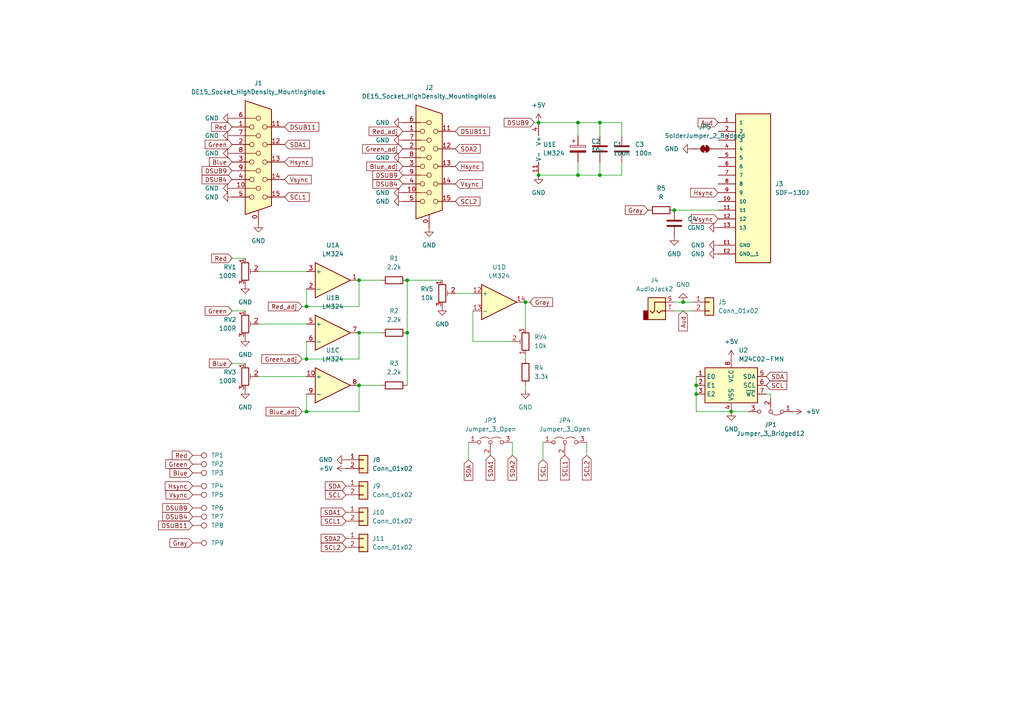
<source format=kicad_sch>
(kicad_sch (version 20250114) (generator "eeschema") (generator_version "9.0")
  (paper "A4")
  (lib_symbols
    (symbol "Amplifier_Operational:LM324" (pin_names (offset 0.127))
      (property "Reference" "U" (at 0 5.08 0))
      (property "Value" "LM324" (at 0 -5.08 0))
      (symbol "LM324_1_1"
        (polyline (pts (xy -5.08 5.08) (xy 5.08 0) (xy -5.08 -5.08) (xy -5.08 5.08)) (stroke (width 0.254)) (fill (type background)))
        (pin input line (at -7.62 2.54 0) (length 2.54) (name "+") (number "3"))
        (pin input line (at -7.62 -2.54 0) (length 2.54) (name "-") (number "2"))
        (pin output line (at 7.62 0 180) (length 2.54) (name "~") (number "1"))
      )
      (symbol "LM324_2_1"
        (polyline (pts (xy -5.08 5.08) (xy 5.08 0) (xy -5.08 -5.08) (xy -5.08 5.08)) (stroke (width 0.254)) (fill (type background)))
        (pin input line (at -7.62 2.54 0) (length 2.54) (name "+") (number "5"))
        (pin input line (at -7.62 -2.54 0) (length 2.54) (name "-") (number "6"))
        (pin output line (at 7.62 0 180) (length 2.54) (name "~") (number "7"))
      )
      (symbol "LM324_3_1"
        (polyline (pts (xy -5.08 5.08) (xy 5.08 0) (xy -5.08 -5.08) (xy -5.08 5.08)) (stroke (width 0.254)) (fill (type background)))
        (pin input line (at -7.62 2.54 0) (length 2.54) (name "+") (number "10"))
        (pin input line (at -7.62 -2.54 0) (length 2.54) (name "-") (number "9"))
        (pin output line (at 7.62 0 180) (length 2.54) (name "~") (number "8"))
      )
      (symbol "LM324_4_1"
        (polyline (pts (xy -5.08 5.08) (xy 5.08 0) (xy -5.08 -5.08) (xy -5.08 5.08)) (stroke (width 0.254)) (fill (type background)))
        (pin input line (at -7.62 2.54 0) (length 2.54) (name "+") (number "12"))
        (pin input line (at -7.62 -2.54 0) (length 2.54) (name "-") (number "13"))
        (pin output line (at 7.62 0 180) (length 2.54) (name "~") (number "14"))
      )
      (symbol "LM324_5_1"
        (pin power_in line (at -2.54 7.62 270) (length 3.81) (name "V+") (number "4"))
        (pin power_in line (at -2.54 -7.62 90) (length 3.81) (name "V-") (number "11"))
      )
    )
    (symbol "Connector:DE15_Socket_HighDensity_MountingHoles" (pin_names (offset 1.016) (hide yes))
      (property "Reference" "J" (at 0 21.59 0))
      (property "Value" "DE15_Socket_HighDensity_MountingHoles" (at 0 19.05 0))
      (symbol "DE15_Socket_HighDensity_MountingHoles_0_1"
        (polyline (pts (xy -3.81 17.78) (xy -3.81 -15.24) (xy 3.81 -12.7) (xy 3.81 15.24) (xy -3.81 17.78)) (stroke (width 0.254)) (fill (type background)))
        (polyline (pts (xy -3.175 7.62) (xy -0.635 7.62)))
        (circle (center -1.905 10.16) (radius 0.635))
        (circle (center -1.905 5.08) (radius 0.635))
        (circle (center -1.905 0) (radius 0.635))
        (circle (center -1.905 -5.08) (radius 0.635))
        (circle (center -1.905 -10.16) (radius 0.635))
        (polyline (pts (xy -0.635 12.7) (xy -3.175 12.7)))
        (polyline (pts (xy -0.635 2.54) (xy -3.175 2.54)))
        (polyline (pts (xy -0.635 -2.54) (xy -3.175 -2.54)))
        (polyline (pts (xy -0.635 -7.62) (xy -3.175 -7.62)))
        (circle (center 0 12.7) (radius 0.635))
        (circle (center 0 7.62) (radius 0.635))
        (circle (center 0 2.54) (radius 0.635))
        (circle (center 0 -2.54) (radius 0.635))
        (circle (center 0 -7.62) (radius 0.635))
        (circle (center 1.905 10.16) (radius 0.635))
        (circle (center 1.905 5.08) (radius 0.635))
        (circle (center 1.905 0) (radius 0.635))
        (circle (center 1.905 -5.08) (radius 0.635))
        (circle (center 1.905 -10.16) (radius 0.635))
      )
      (symbol "DE15_Socket_HighDensity_MountingHoles_1_1"
        (pin passive line (at -7.62 12.7 0) (length 5.08) (name "~") (number "6"))
        (pin passive line (at -7.62 10.16 0) (length 5.08) (name "~") (number "1"))
        (pin passive line (at -7.62 7.62 0) (length 5.08) (name "~") (number "7"))
        (pin passive line (at -7.62 5.08 0) (length 5.08) (name "~") (number "2"))
        (pin passive line (at -7.62 2.54 0) (length 5.08) (name "~") (number "8"))
        (pin passive line (at -7.62 0 0) (length 5.08) (name "~") (number "3"))
        (pin passive line (at -7.62 -2.54 0) (length 5.08) (name "~") (number "9"))
        (pin passive line (at -7.62 -5.08 0) (length 5.08) (name "~") (number "4"))
        (pin passive line (at -7.62 -7.62 0) (length 5.08) (name "~") (number "10"))
        (pin passive line (at -7.62 -10.16 0) (length 5.08) (name "~") (number "5"))
        (pin passive line (at 0 -17.78 90) (length 3.81) (name "~") (number "0"))
        (pin passive line (at 7.62 10.16 180) (length 5.08) (name "~") (number "11"))
        (pin passive line (at 7.62 5.08 180) (length 5.08) (name "~") (number "12"))
        (pin passive line (at 7.62 0 180) (length 5.08) (name "~") (number "13"))
        (pin passive line (at 7.62 -5.08 180) (length 5.08) (name "~") (number "14"))
        (pin passive line (at 7.62 -10.16 180) (length 5.08) (name "~") (number "15"))
      )
    )
    (symbol "Connector:TestPoint" (pin_numbers (hide yes)) (pin_names (offset 0.762) (hide yes))
      (property "Reference" "TP" (at 0 6.858 0))
      (property "Value" "TestPoint" (at 0 5.08 0))
      (symbol "TestPoint_0_1"
        (circle (center 0 3.302) (radius 0.762))
      )
      (symbol "TestPoint_1_1"
        (pin passive line (at 0 0 90) (length 2.54) (name "1") (number "1"))
      )
    )
    (symbol "Connector_Audio:AudioJack2"
      (property "Reference" "J" (at 0 8.89 0))
      (property "Value" "AudioJack2" (at 0 6.35 0))
      (symbol "AudioJack2_0_1"
        (rectangle (start -3.81 0) (end -2.54 -2.54) (stroke (width 0.254)) (fill (type outline)))
        (rectangle (start -2.54 3.81) (end 2.54 -2.54) (stroke (width 0.254)) (fill (type background)))
        (polyline (pts (xy 0 0) (xy 0.635 -0.635) (xy 1.27 0) (xy 2.54 0)) (stroke (width 0.254)))
        (polyline (pts (xy 2.54 2.54) (xy -0.635 2.54) (xy -0.635 0) (xy -1.27 -0.635) (xy -1.905 0)) (stroke (width 0.254)))
      )
      (symbol "AudioJack2_1_1"
        (pin passive line (at 5.08 2.54 180) (length 2.54) (name "~") (number "S"))
        (pin passive line (at 5.08 0 180) (length 2.54) (name "~") (number "T"))
      )
    )
    (symbol "Connector_Generic:Conn_01x02" (pin_names (offset 1.016) (hide yes))
      (property "Reference" "J" (at 0 2.54 0))
      (property "Value" "Conn_01x02" (at 0 -5.08 0))
      (symbol "Conn_01x02_1_1"
        (rectangle (start -1.27 1.27) (end 1.27 -3.81) (stroke (width 0.254)) (fill (type background)))
        (rectangle (start -1.27 0.127) (end 0 -0.127) (stroke (width 0.1524)))
        (rectangle (start -1.27 -2.413) (end 0 -2.667) (stroke (width 0.1524)))
        (pin passive line (at -5.08 0 0) (length 3.81) (name "Pin_1") (number "1"))
        (pin passive line (at -5.08 -2.54 0) (length 3.81) (name "Pin_2") (number "2"))
      )
    )
    (symbol "Device:C" (pin_numbers (hide yes)) (pin_names (offset 0.254))
      (property "Reference" "C" (at 0.635 2.54 0))
      (property "Value" "C" (at 0.635 -2.54 0))
      (symbol "C_0_1"
        (polyline (pts (xy -2.032 0.762) (xy 2.032 0.762)) (stroke (width 0.508)))
        (polyline (pts (xy -2.032 -0.762) (xy 2.032 -0.762)) (stroke (width 0.508)))
      )
      (symbol "C_1_1"
        (pin passive line (at 0 3.81 270) (length 2.794) (name "~") (number "1"))
        (pin passive line (at 0 -3.81 90) (length 2.794) (name "~") (number "2"))
      )
    )
    (symbol "Device:C_Polarized" (pin_numbers (hide yes)) (pin_names (offset 0.254))
      (property "Reference" "C" (at 0.635 2.54 0))
      (property "Value" "C_Polarized" (at 0.635 -2.54 0))
      (symbol "C_Polarized_0_1"
        (rectangle (start -2.286 0.508) (end 2.286 1.016))
        (polyline (pts (xy -1.778 2.286) (xy -0.762 2.286)))
        (polyline (pts (xy -1.27 2.794) (xy -1.27 1.778)))
        (rectangle (start 2.286 -0.508) (end -2.286 -1.016) (fill (type outline)))
      )
      (symbol "C_Polarized_1_1"
        (pin passive line (at 0 3.81 270) (length 2.794) (name "~") (number "1"))
        (pin passive line (at 0 -3.81 90) (length 2.794) (name "~") (number "2"))
      )
    )
    (symbol "Device:R" (pin_numbers (hide yes)) (pin_names (offset 0))
      (property "Reference" "R" (at 2.032 0 90))
      (property "Value" "R" (at 0 0 90))
      (symbol "R_0_1"
        (rectangle (start -1.016 -2.54) (end 1.016 2.54) (stroke (width 0.254)))
      )
      (symbol "R_1_1"
        (pin passive line (at 0 3.81 270) (length 1.27) (name "~") (number "1"))
        (pin passive line (at 0 -3.81 90) (length 1.27) (name "~") (number "2"))
      )
    )
    (symbol "Device:R_Potentiometer_Trim" (pin_names (offset 1.016) (hide yes))
      (property "Reference" "RV" (at -4.445 0 90))
      (property "Value" "R_Potentiometer_Trim" (at -2.54 0 90))
      (symbol "R_Potentiometer_Trim_0_1"
        (rectangle (start 1.016 2.54) (end -1.016 -2.54) (stroke (width 0.254)))
        (polyline (pts (xy 1.524 0.762) (xy 1.524 -0.762)))
        (polyline (pts (xy 2.54 0) (xy 1.524 0)))
      )
      (symbol "R_Potentiometer_Trim_1_1"
        (pin passive line (at 0 3.81 270) (length 1.27) (name "1") (number "1"))
        (pin passive line (at 0 -3.81 90) (length 1.27) (name "3") (number "3"))
        (pin passive line (at 3.81 0 180) (length 1.27) (name "2") (number "2"))
      )
    )
    (symbol "Jumper:Jumper_3_Bridged12" (pin_names (offset 0) (hide yes)) (in_bom no)
      (property "Reference" "JP" (at -2.54 -2.54 0))
      (property "Value" "Jumper_3_Bridged12" (at 0 2.794 0))
      (symbol "Jumper_3_Bridged12_0_0"
        (circle (center -3.302 0) (radius 0.508))
        (circle (center 0 0) (radius 0.508))
        (circle (center 3.302 0) (radius 0.508))
      )
      (symbol "Jumper_3_Bridged12_0_1"
        (arc (start -3.048 0.508) (mid -1.651 0.9912) (end -0.254 0.508))
        (polyline (pts (xy 0 -1.27) (xy 0 -0.508)))
      )
      (symbol "Jumper_3_Bridged12_1_1"
        (pin passive line (at -6.35 0 0) (length 2.54) (name "A") (number "1"))
        (pin passive line (at 0 -3.81 90) (length 2.54) (name "C") (number "2"))
        (pin passive line (at 6.35 0 180) (length 2.54) (name "B") (number "3"))
      )
    )
    (symbol "Jumper:Jumper_3_Open" (pin_names (offset 0) (hide yes)) (in_bom no)
      (property "Reference" "JP" (at -2.54 -2.54 0))
      (property "Value" "Jumper_3_Open" (at 0 2.794 0))
      (symbol "Jumper_3_Open_0_0"
        (circle (center -3.302 0) (radius 0.508))
        (circle (center 0 0) (radius 0.508))
        (circle (center 3.302 0) (radius 0.508))
      )
      (symbol "Jumper_3_Open_0_1"
        (arc (start -3.048 1.016) (mid -1.651 1.4992) (end -0.254 1.016))
        (polyline (pts (xy 0 -0.508) (xy 0 -1.27)))
        (arc (start 0.254 1.016) (mid 1.651 1.4992) (end 3.048 1.016))
      )
      (symbol "Jumper_3_Open_1_1"
        (pin passive line (at -6.35 0 0) (length 2.54) (name "A") (number "1"))
        (pin passive line (at 0 -3.81 90) (length 2.54) (name "C") (number "2"))
        (pin passive line (at 6.35 0 180) (length 2.54) (name "B") (number "3"))
      )
    )
    (symbol "Jumper:SolderJumper_2_Bridged" (pin_numbers (hide yes)) (pin_names (offset 0) (hide yes)) (in_bom no)
      (property "Reference" "JP" (at 0 2.032 0))
      (property "Value" "SolderJumper_2_Bridged" (at 0 -2.54 0))
      (symbol "SolderJumper_2_Bridged_0_1"
        (rectangle (start -0.508 0.508) (end 0.508 -0.508) (fill (type outline)))
        (polyline (pts (xy -0.254 1.016) (xy -0.254 -1.016)))
        (arc (start -0.254 -1.016) (mid -1.2656 0) (end -0.254 1.016))
        (arc (start -0.254 -1.016) (mid -1.2656 0) (end -0.254 1.016) (fill (type outline)))
        (arc (start 0.254 1.016) (mid 1.2656 0) (end 0.254 -1.016))
        (arc (start 0.254 1.016) (mid 1.2656 0) (end 0.254 -1.016) (fill (type outline)))
        (polyline (pts (xy 0.254 1.016) (xy 0.254 -1.016)))
      )
      (symbol "SolderJumper_2_Bridged_1_1"
        (pin passive line (at -3.81 0 0) (length 2.54) (name "A") (number "1"))
        (pin passive line (at 3.81 0 180) (length 2.54) (name "B") (number "2"))
      )
    )
    (symbol "Memory_EEPROM:M24C02-FMN"
      (property "Reference" "U" (at -6.35 6.35 0))
      (property "Value" "M24C02-FMN" (at 7.62 6.35 0))
      (symbol "M24C02-FMN_0_1"
        (rectangle (start -7.62 5.08) (end 7.62 -5.08) (stroke (width 0.254)) (fill (type background)))
      )
      (symbol "M24C02-FMN_1_1"
        (pin input line (at -10.16 2.54 0) (length 2.54) (name "E0") (number "1"))
        (pin input line (at -10.16 0 0) (length 2.54) (name "E1") (number "2"))
        (pin input line (at -10.16 -2.54 0) (length 2.54) (name "E2") (number "3"))
        (pin power_in line (at 0 7.62 270) (length 2.54) (name "VCC") (number "8"))
        (pin power_in line (at 0 -7.62 90) (length 2.54) (name "VSS") (number "4"))
        (pin bidirectional line (at 10.16 2.54 180) (length 2.54) (name "SDA") (number "5"))
        (pin input line (at 10.16 0 180) (length 2.54) (name "SCL") (number "6"))
        (pin input line (at 10.16 -2.54 180) (length 2.54) (name "~{WC}") (number "7"))
      )
    )
    (symbol "NyaLib:SDF-130J" (pin_names (offset 1.016))
      (property "Reference" "J" (at -5.08 21.59 0))
      (property "Value" "SDF-130J" (at -5.08 -24.13 0))
      (symbol "SDF-130J_0_0"
        (rectangle (start -5.08 -22.86) (end 5.08 20.32) (stroke (width 0.254)) (fill (type background)))
        (pin passive line (at -10.16 17.78 0) (length 5.08) (name "1") (number "1"))
        (pin passive line (at -10.16 15.24 0) (length 5.08) (name "2") (number "2"))
        (pin passive line (at -10.16 12.7 0) (length 5.08) (name "3") (number "3"))
        (pin passive line (at -10.16 10.16 0) (length 5.08) (name "4") (number "4"))
        (pin passive line (at -10.16 7.62 0) (length 5.08) (name "5") (number "5"))
        (pin passive line (at -10.16 5.08 0) (length 5.08) (name "6") (number "6"))
        (pin passive line (at -10.16 2.54 0) (length 5.08) (name "7") (number "7"))
        (pin passive line (at -10.16 0 0) (length 5.08) (name "8") (number "8"))
        (pin passive line (at -10.16 -2.54 0) (length 5.08) (name "9") (number "9"))
        (pin passive line (at -10.16 -5.08 0) (length 5.08) (name "10") (number "10"))
        (pin passive line (at -10.16 -7.62 0) (length 5.08) (name "11") (number "11"))
        (pin passive line (at -10.16 -10.16 0) (length 5.08) (name "12") (number "12"))
        (pin passive line (at -10.16 -12.7 0) (length 5.08) (name "13") (number "13"))
        (pin power_in line (at -10.16 -17.78 0) (length 5.08) (name "GND") (number "E1"))
        (pin power_in line (at -10.16 -20.32 0) (length 5.08) (name "GND__1") (number "E2"))
      )
    )
    (symbol "power:+5V" (power) (pin_numbers (hide yes)) (pin_names (offset 0) (hide yes))
      (property "Value" "+5V" (at 0 3.556 0))
      (symbol "+5V_0_1"
        (polyline (pts (xy -0.762 1.27) (xy 0 2.54)))
        (polyline (pts (xy 0 2.54) (xy 0.762 1.27)))
        (polyline (pts (xy 0 0) (xy 0 2.54)))
      )
      (symbol "+5V_1_1"
        (pin power_in line (at 0 0 90) (length 0) (name "~") (number "1"))
      )
    )
    (symbol "power:GND" (power) (pin_numbers (hide yes)) (pin_names (offset 0) (hide yes))
      (property "Value" "GND" (at 0 -3.81 0))
      (symbol "GND_0_1"
        (polyline (pts (xy 0 0) (xy 0 -1.27) (xy 1.27 -1.27) (xy 0 -2.54) (xy -1.27 -1.27) (xy 0 -1.27)))
      )
      (symbol "GND_1_1"
        (pin power_in line (at 0 0 270) (length 0) (name "~") (number "1"))
      )
    )
  )
  (junction (at 156.21 50.8))
  (junction (at 118.11 96.52))
  (junction (at 88.9 88.9))
  (junction (at 201.93 111.76))
  (junction (at 195.58 60.96))
  (junction (at 201.93 114.3))
  (junction (at 212.09 119.38))
  (junction (at 104.14 96.52))
  (junction (at 118.11 81.28))
  (junction (at 104.14 81.28))
  (junction (at 152.4 87.63))
  (junction (at 167.64 35.56))
  (junction (at 88.9 104.14))
  (junction (at 156.21 35.56))
  (junction (at 198.12 87.63))
  (junction (at 88.9 119.38))
  (junction (at 173.99 35.56))
  (junction (at 104.14 111.76))
  (junction (at 173.99 50.8))
  (junction (at 167.64 50.8))
  (wire (pts (xy 88.9 119.38) (xy 87.63 119.38)))
  (wire (pts (xy 152.4 87.63) (xy 152.4 95.25)))
  (wire (pts (xy 104.14 96.52) (xy 104.14 104.14)))
  (wire (pts (xy 157.48 133.35) (xy 157.48 128.27)))
  (wire (pts (xy 104.14 119.38) (xy 88.9 119.38)))
  (wire (pts (xy 180.34 50.8) (xy 180.34 46.99)))
  (wire (pts (xy 201.93 111.76) (xy 201.93 114.3)))
  (wire (pts (xy 67.31 105.41) (xy 71.12 105.41)))
  (wire (pts (xy 198.12 87.63) (xy 195.58 87.63)))
  (wire (pts (xy 201.93 109.22) (xy 201.93 111.76)))
  (wire (pts (xy 167.64 50.8) (xy 173.99 50.8)))
  (wire (pts (xy 170.18 132.08) (xy 170.18 128.27)))
  (wire (pts (xy 167.64 46.99) (xy 167.64 50.8)))
  (wire (pts (xy 118.11 81.28) (xy 128.27 81.28)))
  (wire (pts (xy 74.93 109.22) (xy 88.9 109.22)))
  (wire (pts (xy 88.9 99.06) (xy 88.9 104.14)))
  (wire (pts (xy 74.93 78.74) (xy 88.9 78.74)))
  (wire (pts (xy 104.14 88.9) (xy 88.9 88.9)))
  (wire (pts (xy 137.16 90.17) (xy 137.16 99.06)))
  (wire (pts (xy 104.14 81.28) (xy 110.49 81.28)))
  (wire (pts (xy 167.64 35.56) (xy 167.64 39.37)))
  (wire (pts (xy 132.08 85.09) (xy 137.16 85.09)))
  (wire (pts (xy 148.59 132.08) (xy 148.59 128.27)))
  (wire (pts (xy 222.25 114.3) (xy 223.52 114.3)))
  (wire (pts (xy 88.9 104.14) (xy 87.63 104.14)))
  (wire (pts (xy 88.9 83.82) (xy 88.9 88.9)))
  (wire (pts (xy 104.14 96.52) (xy 110.49 96.52)))
  (wire (pts (xy 212.09 119.38) (xy 217.17 119.38)))
  (wire (pts (xy 152.4 87.63) (xy 153.67 87.63)))
  (wire (pts (xy 173.99 50.8) (xy 173.99 46.99)))
  (wire (pts (xy 152.4 113.03) (xy 152.4 111.76)))
  (wire (pts (xy 118.11 81.28) (xy 118.11 96.52)))
  (wire (pts (xy 118.11 96.52) (xy 118.11 111.76)))
  (wire (pts (xy 180.34 35.56) (xy 173.99 35.56)))
  (wire (pts (xy 104.14 111.76) (xy 110.49 111.76)))
  (wire (pts (xy 195.58 90.17) (xy 200.66 90.17)))
  (wire (pts (xy 152.4 104.14) (xy 152.4 102.87)))
  (wire (pts (xy 195.58 60.96) (xy 208.28 60.96)))
  (wire (pts (xy 88.9 88.9) (xy 87.63 88.9)))
  (wire (pts (xy 180.34 39.37) (xy 180.34 35.56)))
  (wire (pts (xy 156.21 35.56) (xy 167.64 35.56)))
  (wire (pts (xy 104.14 81.28) (xy 104.14 88.9)))
  (wire (pts (xy 137.16 99.06) (xy 148.59 99.06)))
  (wire (pts (xy 67.31 90.17) (xy 71.12 90.17)))
  (wire (pts (xy 201.93 119.38) (xy 212.09 119.38)))
  (wire (pts (xy 88.9 114.3) (xy 88.9 119.38)))
  (wire (pts (xy 223.52 114.3) (xy 223.52 115.57)))
  (wire (pts (xy 173.99 50.8) (xy 180.34 50.8)))
  (wire (pts (xy 156.21 50.8) (xy 167.64 50.8)))
  (wire (pts (xy 173.99 35.56) (xy 173.99 39.37)))
  (wire (pts (xy 67.31 74.93) (xy 71.12 74.93)))
  (wire (pts (xy 104.14 111.76) (xy 104.14 119.38)))
  (wire (pts (xy 167.64 35.56) (xy 173.99 35.56)))
  (wire (pts (xy 154.94 35.56) (xy 156.21 35.56)))
  (wire (pts (xy 135.89 133.35) (xy 135.89 128.27)))
  (wire (pts (xy 198.12 87.63) (xy 200.66 87.63)))
  (wire (pts (xy 104.14 104.14) (xy 88.9 104.14)))
  (wire (pts (xy 74.93 93.98) (xy 88.9 93.98)))
  (wire (pts (xy 201.93 114.3) (xy 201.93 119.38)))
  (global_label "Gray" (shape input) (at 187.96 60.96 180) (property "Intersheetrefs" "${INTERSHEET_REFS}" (effects (hide yes))))
  (global_label "Red_adj" (shape input) (at 87.63 88.9 180) (property "Intersheetrefs" "${INTERSHEET_REFS}" (effects (hide yes))))
  (global_label "SCL2" (shape input) (at 100.33 158.75 180) (property "Intersheetrefs" "${INTERSHEET_REFS}" (effects (hide yes))))
  (global_label "SCL1" (shape input) (at 163.83 132.08 270) (property "Intersheetrefs" "${INTERSHEET_REFS}" (effects (hide yes))))
  (global_label "Blue" (shape input) (at 67.31 105.41 180) (property "Intersheetrefs" "${INTERSHEET_REFS}" (effects (hide yes))))
  (global_label "SDA1" (shape input) (at 100.33 148.59 180) (property "Intersheetrefs" "${INTERSHEET_REFS}" (effects (hide yes))))
  (global_label "DSUB4" (shape input) (at 67.31 52.07 180) (property "Intersheetrefs" "${INTERSHEET_REFS}" (effects (hide yes))))
  (global_label "DSUB4" (shape input) (at 55.88 149.86 180) (property "Intersheetrefs" "${INTERSHEET_REFS}" (effects (hide yes))))
  (global_label "Gray" (shape input) (at 153.67 87.63 0) (property "Intersheetrefs" "${INTERSHEET_REFS}" (effects (hide yes))))
  (global_label "Aud" (shape input) (at 208.28 35.56 180) (property "Intersheetrefs" "${INTERSHEET_REFS}" (effects (hide yes))))
  (global_label "Gray" (shape input) (at 55.88 157.48 180) (property "Intersheetrefs" "${INTERSHEET_REFS}" (effects (hide yes))))
  (global_label "SDA" (shape input) (at 100.33 140.97 180) (property "Intersheetrefs" "${INTERSHEET_REFS}" (effects (hide yes))))
  (global_label "Vsync" (shape input) (at 208.28 63.5 180) (property "Intersheetrefs" "${INTERSHEET_REFS}" (effects (hide yes))))
  (global_label "Green" (shape input) (at 67.31 90.17 180) (property "Intersheetrefs" "${INTERSHEET_REFS}" (effects (hide yes))))
  (global_label "Red" (shape input) (at 67.31 36.83 180) (property "Intersheetrefs" "${INTERSHEET_REFS}" (effects (hide yes))))
  (global_label "SDA" (shape input) (at 222.25 109.22 0) (property "Intersheetrefs" "${INTERSHEET_REFS}" (effects (hide yes))))
  (global_label "Vsync" (shape input) (at 82.55 52.07 0) (property "Intersheetrefs" "${INTERSHEET_REFS}" (effects (hide yes))))
  (global_label "Blue" (shape input) (at 55.88 137.16 180) (property "Intersheetrefs" "${INTERSHEET_REFS}" (effects (hide yes))))
  (global_label "Green" (shape input) (at 55.88 134.62 180) (property "Intersheetrefs" "${INTERSHEET_REFS}" (effects (hide yes))))
  (global_label "SDA2" (shape input) (at 148.59 132.08 270) (property "Intersheetrefs" "${INTERSHEET_REFS}" (effects (hide yes))))
  (global_label "Red" (shape input) (at 67.31 74.93 180) (property "Intersheetrefs" "${INTERSHEET_REFS}" (effects (hide yes))))
  (global_label "Red" (shape input) (at 55.88 132.08 180) (property "Intersheetrefs" "${INTERSHEET_REFS}" (effects (hide yes))))
  (global_label "DSUB9" (shape input) (at 154.94 35.56 180) (property "Intersheetrefs" "${INTERSHEET_REFS}" (effects (hide yes))))
  (global_label "Hsync" (shape input) (at 132.08 48.26 0) (property "Intersheetrefs" "${INTERSHEET_REFS}" (effects (hide yes))))
  (global_label "SDA2" (shape input) (at 100.33 156.21 180) (property "Intersheetrefs" "${INTERSHEET_REFS}" (effects (hide yes))))
  (global_label "SCL" (shape input) (at 222.25 111.76 0) (property "Intersheetrefs" "${INTERSHEET_REFS}" (effects (hide yes))))
  (global_label "DSUB4" (shape input) (at 116.84 53.34 180) (property "Intersheetrefs" "${INTERSHEET_REFS}" (effects (hide yes))))
  (global_label "Hsync" (shape input) (at 208.28 55.88 180) (property "Intersheetrefs" "${INTERSHEET_REFS}" (effects (hide yes))))
  (global_label "DSUB11" (shape input) (at 55.88 152.4 180) (property "Intersheetrefs" "${INTERSHEET_REFS}" (effects (hide yes))))
  (global_label "Aud" (shape input) (at 198.12 90.17 270) (property "Intersheetrefs" "${INTERSHEET_REFS}" (effects (hide yes))))
  (global_label "SDA" (shape input) (at 135.89 133.35 270) (property "Intersheetrefs" "${INTERSHEET_REFS}" (effects (hide yes))))
  (global_label "Vsync" (shape input) (at 55.88 143.51 180) (property "Intersheetrefs" "${INTERSHEET_REFS}" (effects (hide yes))))
  (global_label "Blue_adj" (shape input) (at 87.63 119.38 180) (property "Intersheetrefs" "${INTERSHEET_REFS}" (effects (hide yes))))
  (global_label "SCL1" (shape input) (at 82.55 57.15 0) (property "Intersheetrefs" "${INTERSHEET_REFS}" (effects (hide yes))))
  (global_label "SCL" (shape input) (at 157.48 133.35 270) (property "Intersheetrefs" "${INTERSHEET_REFS}" (effects (hide yes))))
  (global_label "Vsync" (shape input) (at 132.08 53.34 0) (property "Intersheetrefs" "${INTERSHEET_REFS}" (effects (hide yes))))
  (global_label "SCL1" (shape input) (at 100.33 151.13 180) (property "Intersheetrefs" "${INTERSHEET_REFS}" (effects (hide yes))))
  (global_label "Blue_adj" (shape input) (at 116.84 48.26 180) (property "Intersheetrefs" "${INTERSHEET_REFS}" (effects (hide yes))))
  (global_label "DSUB9" (shape input) (at 67.31 49.53 180) (property "Intersheetrefs" "${INTERSHEET_REFS}" (effects (hide yes))))
  (global_label "DSUB11" (shape input) (at 82.55 36.83 0) (property "Intersheetrefs" "${INTERSHEET_REFS}" (effects (hide yes))))
  (global_label "Hsync" (shape input) (at 55.88 140.97 180) (property "Intersheetrefs" "${INTERSHEET_REFS}" (effects (hide yes))))
  (global_label "DSUB9" (shape input) (at 116.84 50.8 180) (property "Intersheetrefs" "${INTERSHEET_REFS}" (effects (hide yes))))
  (global_label "SCL2" (shape input) (at 132.08 58.42 0) (property "Intersheetrefs" "${INTERSHEET_REFS}" (effects (hide yes))))
  (global_label "SCL2" (shape input) (at 170.18 132.08 270) (property "Intersheetrefs" "${INTERSHEET_REFS}" (effects (hide yes))))
  (global_label "DSUB9" (shape input) (at 55.88 147.32 180) (property "Intersheetrefs" "${INTERSHEET_REFS}" (effects (hide yes))))
  (global_label "Green_adj" (shape input) (at 116.84 43.18 180) (property "Intersheetrefs" "${INTERSHEET_REFS}" (effects (hide yes))))
  (global_label "Green" (shape input) (at 67.31 41.91 180) (property "Intersheetrefs" "${INTERSHEET_REFS}" (effects (hide yes))))
  (global_label "Blue" (shape input) (at 67.31 46.99 180) (property "Intersheetrefs" "${INTERSHEET_REFS}" (effects (hide yes))))
  (global_label "SDA1" (shape input) (at 142.24 132.08 270) (property "Intersheetrefs" "${INTERSHEET_REFS}" (effects (hide yes))))
  (global_label "DSUB11" (shape input) (at 132.08 38.1 0) (property "Intersheetrefs" "${INTERSHEET_REFS}" (effects (hide yes))))
  (global_label "Red_adj" (shape input) (at 116.84 38.1 180) (property "Intersheetrefs" "${INTERSHEET_REFS}" (effects (hide yes))))
  (global_label "SCL" (shape input) (at 100.33 143.51 180) (property "Intersheetrefs" "${INTERSHEET_REFS}" (effects (hide yes))))
  (global_label "SDA2" (shape input) (at 132.08 43.18 0) (property "Intersheetrefs" "${INTERSHEET_REFS}" (effects (hide yes))))
  (global_label "Hsync" (shape input) (at 82.55 46.99 0) (property "Intersheetrefs" "${INTERSHEET_REFS}" (effects (hide yes))))
  (global_label "SDA1" (shape input) (at 82.55 41.91 0) (property "Intersheetrefs" "${INTERSHEET_REFS}" (effects (hide yes))))
  (global_label "Green_adj" (shape input) (at 87.63 104.14 180) (property "Intersheetrefs" "${INTERSHEET_REFS}" (effects (hide yes))))
  (symbol (lib_id "Connector:TestPoint") (at 55.88 152.4 270) (unit 1)
    (property "Reference" "TP8" (at 61.214 152.4 90) (effects (justify left)))
    (property "Value" "TestPoint" (effects (hide yes)))
    (property "Footprint" "Connector_Pin:Pin_D1.0mm_L10.0mm" (effects (hide yes)))
    (property "Description" "test point" (effects (hide yes)))
  )
  (symbol (lib_id "power:GND") (at 208.28 66.04 270) (unit 1)
    (property "Reference" "#PWR01" (effects (hide yes)))
    (property "Value" "GND" (at 204.47 66.0399 90) (effects (justify right)))
    (property "Description" "Power symbol creates a global label with name \"GND\" , ground" (effects (hide yes)))
  )
  (symbol (lib_id "Device:R_Potentiometer_Trim") (at 128.27 85.09 0) (unit 1)
    (property "Reference" "RV5" (at 125.73 83.8199 0) (effects (justify right)))
    (property "Value" "10k" (at 125.73 86.3599 0) (effects (justify right)))
    (property "Footprint" "Potentiometer_THT:Potentiometer_Runtron_RM-065_Vertical" (effects (hide yes)))
    (property "Description" "Trim-potentiometer" (effects (hide yes)))
  )
  (symbol (lib_id "Device:C_Polarized") (at 167.64 43.18 0) (unit 1)
    (property "Reference" "C2" (at 171.45 41.0209 0) (effects (justify left)))
    (property "Value" "10u" (at 171.45 43.5609 0) (effects (justify left)))
    (property "Footprint" "Capacitor_SMD:CP_Elec_4x5.4" (effects (hide yes)))
    (property "Description" "Polarized capacitor" (effects (hide yes)))
  )
  (symbol (lib_id "Connector:TestPoint") (at 55.88 137.16 270) (unit 1)
    (property "Reference" "TP3" (at 61.214 137.16 90) (effects (justify left)))
    (property "Value" "TestPoint" (effects (hide yes)))
    (property "Footprint" "Connector_Pin:Pin_D1.0mm_L10.0mm" (effects (hide yes)))
    (property "Description" "test point" (effects (hide yes)))
  )
  (symbol (lib_id "Device:R") (at 114.3 111.76 90) (unit 1)
    (property "Reference" "R3" (at 114.3 105.41 90))
    (property "Value" "2.2k" (at 114.3 107.95 90))
    (property "Footprint" "Resistor_SMD:R_0805_2012Metric_Pad1.20x1.40mm_HandSolder" (effects (hide yes)))
    (property "Description" "Resistor" (effects (hide yes)))
  )
  (symbol (lib_id "Connector:TestPoint") (at 55.88 132.08 270) (unit 1)
    (property "Reference" "TP1" (at 61.214 132.08 90) (effects (justify left)))
    (property "Value" "TestPoint" (effects (hide yes)))
    (property "Footprint" "Connector_Pin:Pin_D1.0mm_L10.0mm" (effects (hide yes)))
    (property "Description" "test point" (effects (hide yes)))
  )
  (symbol (lib_id "Jumper:SolderJumper_2_Bridged") (at 204.47 43.18 0) (unit 1) (in_bom no)
    (property "Reference" "JP5" (at 204.47 36.83 0))
    (property "Value" "SolderJumper_2_Bridged" (at 204.47 39.37 0))
    (property "Footprint" "Jumper:SolderJumper-2_P1.3mm_Bridged_RoundedPad1.0x1.5mm" (effects (hide yes)))
    (property "Description" "Solder Jumper, 2-pole, closed/bridged" (effects (hide yes)))
  )
  (symbol (lib_id "Jumper:Jumper_3_Open") (at 142.24 128.27 0) (unit 1) (in_bom no)
    (property "Reference" "JP3" (at 142.24 121.92 0))
    (property "Value" "Jumper_3_Open" (at 142.24 124.46 0))
    (property "Footprint" "Connector_PinHeader_2.54mm:PinHeader_1x03_P2.54mm_Vertical" (effects (hide yes)))
    (property "Description" "Jumper, 3-pole, both open" (effects (hide yes)))
  )
  (symbol (lib_id "Connector_Generic:Conn_01x02") (at 205.74 87.63 0) (unit 1)
    (property "Reference" "J5" (at 208.28 87.6299 0) (effects (justify left)))
    (property "Value" "Conn_01x02" (at 208.28 90.1699 0) (effects (justify left)))
    (property "Footprint" "Connector_PinHeader_2.54mm:PinHeader_1x02_P2.54mm_Vertical" (effects (hide yes)))
    (property "Description" "Generic connector, single row, 01x02, script generated (kicad-library-utils/schlib/autogen/connector/)" (effects (hide yes)))
  )
  (symbol (lib_id "Connector:TestPoint") (at 55.88 149.86 270) (unit 1)
    (property "Reference" "TP7" (at 61.214 149.86 90) (effects (justify left)))
    (property "Value" "TestPoint" (effects (hide yes)))
    (property "Footprint" "Connector_Pin:Pin_D1.0mm_L10.0mm" (effects (hide yes)))
    (property "Description" "test point" (effects (hide yes)))
  )
  (symbol (lib_id "Amplifier_Operational:LM324") (at 158.75 43.18 0) (unit 5)
    (property "Reference" "U1" (at 157.48 41.9099 0) (effects (justify left)))
    (property "Value" "LM324" (at 157.48 44.4499 0) (effects (justify left)))
    (property "Footprint" "Package_SO:SOIC-14_3.9x8.7mm_P1.27mm" (effects (hide yes)))
    (property "Datasheet" "http://www.ti.com/lit/ds/symlink/lm2902-n.pdf" (effects (hide yes)))
    (property "Description" "Low-Power, Quad-Operational Amplifiers, DIP-14/SOIC-14/SSOP-14" (effects (hide yes)))
  )
  (symbol (lib_id "power:+5V") (at 229.87 119.38 270) (unit 1)
    (property "Reference" "#PWR034" (effects (hide yes)))
    (property "Value" "+5V" (at 233.68 119.3799 90) (effects (justify left)))
    (property "Description" "Power symbol creates a global label with name \"+5V\"" (effects (hide yes)))
  )
  (symbol (lib_id "Connector_Generic:Conn_01x02") (at 105.41 148.59 0) (unit 1)
    (property "Reference" "J10" (at 107.95 148.5899 0) (effects (justify left)))
    (property "Value" "Conn_01x02" (at 107.95 151.1299 0) (effects (justify left)))
    (property "Footprint" "Connector_PinHeader_2.54mm:PinHeader_1x02_P2.54mm_Vertical" (effects (hide yes)))
    (property "Description" "Generic connector, single row, 01x02, script generated (kicad-library-utils/schlib/autogen/connector/)" (effects (hide yes)))
  )
  (symbol (lib_id "Connector_Generic:Conn_01x02") (at 105.41 156.21 0) (unit 1)
    (property "Reference" "J11" (at 107.95 156.2099 0) (effects (justify left)))
    (property "Value" "Conn_01x02" (at 107.95 158.7499 0) (effects (justify left)))
    (property "Footprint" "Connector_PinHeader_2.54mm:PinHeader_1x02_P2.54mm_Vertical" (effects (hide yes)))
    (property "Description" "Generic connector, single row, 01x02, script generated (kicad-library-utils/schlib/autogen/connector/)" (effects (hide yes)))
  )
  (symbol (lib_id "Amplifier_Operational:LM324") (at 96.52 111.76 0) (unit 3)
    (property "Reference" "U1" (at 96.52 101.6 0))
    (property "Value" "LM324" (at 96.52 104.14 0))
    (property "Footprint" "Package_SO:SOIC-14_3.9x8.7mm_P1.27mm" (effects (hide yes)))
    (property "Datasheet" "http://www.ti.com/lit/ds/symlink/lm2902-n.pdf" (effects (hide yes)))
    (property "Description" "Low-Power, Quad-Operational Amplifiers, DIP-14/SOIC-14/SSOP-14" (effects (hide yes)))
  )
  (symbol (lib_id "power:GND") (at 124.46 66.04 0) (unit 1)
    (property "Reference" "#PWR025" (effects (hide yes)))
    (property "Value" "GND" (at 124.46 71.12 0))
    (property "Description" "Power symbol creates a global label with name \"GND\" , ground" (effects (hide yes)))
  )
  (symbol (lib_id "power:GND") (at 67.31 54.61 270) (unit 1)
    (property "Reference" "#PWR018" (effects (hide yes)))
    (property "Value" "GND" (at 63.5 54.6099 90) (effects (justify right)))
    (property "Description" "Power symbol creates a global label with name \"GND\" , ground" (effects (hide yes)))
  )
  (symbol (lib_id "Memory_EEPROM:M24C02-FMN") (at 212.09 111.76 0) (unit 1)
    (property "Reference" "U2" (at 214.2333 101.6 0) (effects (justify left)))
    (property "Value" "M24C02-FMN" (at 214.2333 104.14 0) (effects (justify left)))
    (property "Footprint" "Package_SO:SOIC-8_3.9x4.9mm_P1.27mm" (effects (hide yes)))
    (property "Datasheet" "http://www.st.com/content/ccc/resource/technical/document/datasheet/b0/d8/50/40/5a/85/49/6f/DM00071904.pdf/files/DM00071904.pdf/jcr:content/translations/en.DM00071904.pdf" (effects (hide yes)))
    (property "Description" "2Kb (256x8) I2C Serial EEPROM, 1.6-5.5V, SOIC-8" (effects (hide yes)))
  )
  (symbol (lib_id "Device:C") (at 195.58 64.77 0) (unit 1)
    (property "Reference" "C4" (at 199.39 63.4999 0) (effects (justify left)))
    (property "Value" "C" (at 199.39 66.0399 0) (effects (justify left)))
    (property "Footprint" "Capacitor_SMD:C_0805_2012Metric_Pad1.18x1.45mm_HandSolder" (effects (hide yes)))
    (property "Description" "Unpolarized capacitor" (effects (hide yes)))
  )
  (symbol (lib_id "Connector_Generic:Conn_01x02") (at 105.41 133.35 0) (unit 1)
    (property "Reference" "J8" (at 107.95 133.3499 0) (effects (justify left)))
    (property "Value" "Conn_01x02" (at 107.95 135.8899 0) (effects (justify left)))
    (property "Footprint" "Connector_PinHeader_2.54mm:PinHeader_1x02_P2.54mm_Vertical" (effects (hide yes)))
    (property "Description" "Generic connector, single row, 01x02, script generated (kicad-library-utils/schlib/autogen/connector/)" (effects (hide yes)))
  )
  (symbol (lib_id "Device:R") (at 114.3 81.28 90) (unit 1)
    (property "Reference" "R1" (at 114.3 74.93 90))
    (property "Value" "2.2k" (at 114.3 77.47 90))
    (property "Footprint" "Resistor_SMD:R_0805_2012Metric_Pad1.20x1.40mm_HandSolder" (effects (hide yes)))
    (property "Description" "Resistor" (effects (hide yes)))
  )
  (symbol (lib_id "power:GND") (at 67.31 39.37 270) (unit 1)
    (property "Reference" "#PWR015" (effects (hide yes)))
    (property "Value" "GND" (at 63.5 39.3699 90) (effects (justify right)))
    (property "Description" "Power symbol creates a global label with name \"GND\" , ground" (effects (hide yes)))
  )
  (symbol (lib_id "Device:R_Potentiometer_Trim") (at 71.12 78.74 0) (unit 1)
    (property "Reference" "RV1" (at 68.58 77.4699 0) (effects (justify right)))
    (property "Value" "100R" (at 68.58 80.0099 0) (effects (justify right)))
    (property "Footprint" "Potentiometer_THT:Potentiometer_Runtron_RM-065_Vertical" (effects (hide yes)))
    (property "Description" "Trim-potentiometer" (effects (hide yes)))
  )
  (symbol (lib_id "Connector:TestPoint") (at 55.88 157.48 270) (unit 1)
    (property "Reference" "TP9" (at 61.214 157.48 90) (effects (justify left)))
    (property "Value" "TestPoint" (effects (hide yes)))
    (property "Footprint" "Connector_Pin:Pin_D1.0mm_L10.0mm" (effects (hide yes)))
    (property "Description" "test point" (effects (hide yes)))
  )
  (symbol (lib_id "Connector:TestPoint") (at 55.88 134.62 270) (unit 1)
    (property "Reference" "TP2" (at 61.214 134.62 90) (effects (justify left)))
    (property "Value" "TestPoint" (effects (hide yes)))
    (property "Footprint" "Connector_Pin:Pin_D1.0mm_L10.0mm" (effects (hide yes)))
    (property "Description" "test point" (effects (hide yes)))
  )
  (symbol (lib_id "power:GND") (at 74.93 64.77 0) (unit 1)
    (property "Reference" "#PWR024" (effects (hide yes)))
    (property "Value" "GND" (at 74.93 69.85 0))
    (property "Description" "Power symbol creates a global label with name \"GND\" , ground" (effects (hide yes)))
  )
  (symbol (lib_id "Connector_Generic:Conn_01x02") (at 105.41 140.97 0) (unit 1)
    (property "Reference" "J9" (at 107.95 140.9699 0) (effects (justify left)))
    (property "Value" "Conn_01x02" (at 107.95 143.5099 0) (effects (justify left)))
    (property "Footprint" "Connector_PinHeader_2.54mm:PinHeader_1x02_P2.54mm_Vertical" (effects (hide yes)))
    (property "Description" "Generic connector, single row, 01x02, script generated (kicad-library-utils/schlib/autogen/connector/)" (effects (hide yes)))
  )
  (symbol (lib_id "power:GND") (at 71.12 82.55 0) (unit 1)
    (property "Reference" "#PWR05" (effects (hide yes)))
    (property "Value" "GND" (at 71.12 87.63 0))
    (property "Description" "Power symbol creates a global label with name \"GND\" , ground" (effects (hide yes)))
  )
  (symbol (lib_id "Device:R") (at 152.4 107.95 0) (unit 1)
    (property "Reference" "R4" (at 154.94 106.6799 0) (effects (justify left)))
    (property "Value" "3.3k" (at 154.94 109.2199 0) (effects (justify left)))
    (property "Footprint" "Resistor_SMD:R_0805_2012Metric_Pad1.20x1.40mm_HandSolder" (effects (hide yes)))
    (property "Description" "Resistor" (effects (hide yes)))
  )
  (symbol (lib_id "power:GND") (at 116.84 55.88 270) (unit 1)
    (property "Reference" "#PWR022" (effects (hide yes)))
    (property "Value" "GND" (at 113.03 55.8799 90) (effects (justify right)))
    (property "Description" "Power symbol creates a global label with name \"GND\" , ground" (effects (hide yes)))
  )
  (symbol (lib_id "power:GND") (at 71.12 113.03 0) (unit 1)
    (property "Reference" "#PWR03" (effects (hide yes)))
    (property "Value" "GND" (at 71.12 118.11 0))
    (property "Description" "Power symbol creates a global label with name \"GND\" , ground" (effects (hide yes)))
  )
  (symbol (lib_id "Device:R_Potentiometer_Trim") (at 71.12 109.22 0) (unit 1)
    (property "Reference" "RV3" (at 68.58 107.9499 0) (effects (justify right)))
    (property "Value" "100R" (at 68.58 110.4899 0) (effects (justify right)))
    (property "Footprint" "Potentiometer_THT:Potentiometer_Runtron_RM-065_Vertical" (effects (hide yes)))
    (property "Description" "Trim-potentiometer" (effects (hide yes)))
  )
  (symbol (lib_id "power:GND") (at 208.28 71.12 270) (unit 1)
    (property "Reference" "#PWR010" (effects (hide yes)))
    (property "Value" "GND" (at 204.47 71.1199 90) (effects (justify right)))
    (property "Description" "Power symbol creates a global label with name \"GND\" , ground" (effects (hide yes)))
  )
  (symbol (lib_id "power:GND") (at 212.09 119.38 0) (unit 1)
    (property "Reference" "#PWR012" (effects (hide yes)))
    (property "Value" "GND" (at 212.09 124.46 0))
    (property "Description" "Power symbol creates a global label with name \"GND\" , ground" (effects (hide yes)))
  )
  (symbol (lib_id "NyaLib:SDF-130J") (at 218.44 53.34 0) (unit 1)
    (property "Reference" "J3" (at 224.79 53.3399 0) (effects (justify left)))
    (property "Value" "SDF-130J" (at 224.79 55.8799 0) (effects (justify left)))
    (property "Footprint" "NyaLib:CUI_SDF-130J" (effects (hide yes)))
    (property "PARTREV" "1.08/04-13-2020" (effects (hide yes)))
    (property "STANDARD" "Manufacturer Recommendations" (effects (hide yes)))
    (property "MAXIMUM_PACKAGE_HEIGHT" "19.80mm" (effects (hide yes)))
    (property "MANUFACTURER" "CUI Devices" (effects (hide yes)))
  )
  (symbol (lib_id "power:GND") (at 198.12 87.63 180) (unit 1)
    (property "Reference" "#PWR032" (effects (hide yes)))
    (property "Value" "GND" (at 198.12 82.55 0))
    (property "Description" "Power symbol creates a global label with name \"GND\" , ground" (effects (hide yes)))
  )
  (symbol (lib_id "power:GND") (at 100.33 133.35 270) (mirror x) (unit 1)
    (property "Reference" "#PWR026" (effects (hide yes)))
    (property "Value" "GND" (at 96.52 133.3499 90) (effects (justify right)))
    (property "Description" "Power symbol creates a global label with name \"GND\" , ground" (effects (hide yes)))
  )
  (symbol (lib_id "Device:C") (at 180.34 43.18 0) (unit 1)
    (property "Reference" "C3" (at 184.15 41.9099 0) (effects (justify left)))
    (property "Value" "100n" (at 184.15 44.4499 0) (effects (justify left)))
    (property "Footprint" "Capacitor_SMD:C_1206_3216Metric_Pad1.33x1.80mm_HandSolder" (effects (hide yes)))
    (property "Description" "Unpolarized capacitor" (effects (hide yes)))
  )
  (symbol (lib_id "Device:R") (at 114.3 96.52 90) (unit 1)
    (property "Reference" "R2" (at 114.3 90.17 90))
    (property "Value" "2.2k" (at 114.3 92.71 90))
    (property "Footprint" "Resistor_SMD:R_0805_2012Metric_Pad1.20x1.40mm_HandSolder" (effects (hide yes)))
    (property "Description" "Resistor" (effects (hide yes)))
  )
  (symbol (lib_id "Connector:TestPoint") (at 55.88 143.51 270) (unit 1)
    (property "Reference" "TP5" (at 61.214 143.51 90) (effects (justify left)))
    (property "Value" "TestPoint" (effects (hide yes)))
    (property "Footprint" "Connector_Pin:Pin_D1.0mm_L10.0mm" (effects (hide yes)))
    (property "Description" "test point" (effects (hide yes)))
  )
  (symbol (lib_id "Device:R_Potentiometer_Trim") (at 152.4 99.06 180) (unit 1)
    (property "Reference" "RV4" (at 154.94 97.7899 0) (effects (justify right)))
    (property "Value" "10k" (at 154.94 100.3299 0) (effects (justify right)))
    (property "Footprint" "Potentiometer_THT:Potentiometer_Runtron_RM-065_Vertical" (effects (hide yes)))
    (property "Description" "Trim-potentiometer" (effects (hide yes)))
  )
  (symbol (lib_id "power:GND") (at 195.58 68.58 0) (unit 1)
    (property "Reference" "#PWR027" (effects (hide yes)))
    (property "Value" "GND" (at 195.58 73.66 0))
    (property "Description" "Power symbol creates a global label with name \"GND\" , ground" (effects (hide yes)))
  )
  (symbol (lib_id "power:GND") (at 67.31 44.45 270) (unit 1)
    (property "Reference" "#PWR016" (effects (hide yes)))
    (property "Value" "GND" (at 63.5 44.4499 90) (effects (justify right)))
    (property "Description" "Power symbol creates a global label with name \"GND\" , ground" (effects (hide yes)))
  )
  (symbol (lib_id "power:GND") (at 200.66 43.18 270) (unit 1)
    (property "Reference" "#PWR033" (effects (hide yes)))
    (property "Value" "GND" (at 196.85 43.1799 90) (effects (justify right)))
    (property "Description" "Power symbol creates a global label with name \"GND\" , ground" (effects (hide yes)))
  )
  (symbol (lib_id "power:+5V") (at 212.09 104.14 0) (unit 1)
    (property "Reference" "#PWR013" (effects (hide yes)))
    (property "Value" "+5V" (at 212.09 99.06 0))
    (property "Description" "Power symbol creates a global label with name \"+5V\"" (effects (hide yes)))
  )
  (symbol (lib_id "Amplifier_Operational:LM324") (at 144.78 87.63 0) (unit 4)
    (property "Reference" "U1" (at 144.78 77.47 0))
    (property "Value" "LM324" (at 144.78 80.01 0))
    (property "Footprint" "Package_SO:SOIC-14_3.9x8.7mm_P1.27mm" (effects (hide yes)))
    (property "Datasheet" "http://www.ti.com/lit/ds/symlink/lm2902-n.pdf" (effects (hide yes)))
    (property "Description" "Low-Power, Quad-Operational Amplifiers, DIP-14/SOIC-14/SSOP-14" (effects (hide yes)))
  )
  (symbol (lib_id "Device:C") (at 173.99 43.18 0) (unit 1)
    (property "Reference" "C1" (at 177.8 41.9099 0) (effects (justify left)))
    (property "Value" "100n" (at 177.8 44.4499 0) (effects (justify left)))
    (property "Footprint" "Capacitor_SMD:C_1206_3216Metric_Pad1.33x1.80mm_HandSolder" (effects (hide yes)))
    (property "Description" "Unpolarized capacitor" (effects (hide yes)))
  )
  (symbol (lib_id "Connector:TestPoint") (at 55.88 140.97 270) (unit 1)
    (property "Reference" "TP4" (at 61.214 140.97 90) (effects (justify left)))
    (property "Value" "TestPoint" (effects (hide yes)))
    (property "Footprint" "Connector_Pin:Pin_D1.0mm_L10.0mm" (effects (hide yes)))
    (property "Description" "test point" (effects (hide yes)))
  )
  (symbol (lib_id "Connector:TestPoint") (at 55.88 147.32 270) (unit 1)
    (property "Reference" "TP6" (at 61.214 147.32 90) (effects (justify left)))
    (property "Value" "TestPoint" (effects (hide yes)))
    (property "Footprint" "Connector_Pin:Pin_D1.0mm_L10.0mm" (effects (hide yes)))
    (property "Description" "test point" (effects (hide yes)))
  )
  (symbol (lib_id "power:GND") (at 71.12 97.79 0) (unit 1)
    (property "Reference" "#PWR04" (effects (hide yes)))
    (property "Value" "GND" (at 71.12 102.87 0))
    (property "Description" "Power symbol creates a global label with name \"GND\" , ground" (effects (hide yes)))
  )
  (symbol (lib_id "power:GND") (at 116.84 58.42 270) (unit 1)
    (property "Reference" "#PWR023" (effects (hide yes)))
    (property "Value" "GND" (at 113.03 58.4199 90) (effects (justify right)))
    (property "Description" "Power symbol creates a global label with name \"GND\" , ground" (effects (hide yes)))
  )
  (symbol (lib_id "Device:R_Potentiometer_Trim") (at 71.12 93.98 0) (unit 1)
    (property "Reference" "RV2" (at 68.58 92.7099 0) (effects (justify right)))
    (property "Value" "100R" (at 68.58 95.2499 0) (effects (justify right)))
    (property "Footprint" "Potentiometer_THT:Potentiometer_Runtron_RM-065_Vertical" (effects (hide yes)))
    (property "Description" "Trim-potentiometer" (effects (hide yes)))
  )
  (symbol (lib_id "Jumper:Jumper_3_Bridged12") (at 223.52 119.38 180) (unit 1) (in_bom no)
    (property "Reference" "JP1" (at 223.52 123.19 0))
    (property "Value" "Jumper_3_Bridged12" (at 223.52 125.73 0))
    (property "Footprint" "Connector_PinHeader_2.54mm:PinHeader_1x03_P2.54mm_Vertical" (effects (hide yes)))
    (property "Description" "Jumper, 3-pole, pins 1+2 closed/bridged" (effects (hide yes)))
  )
  (symbol (lib_id "Connector:DE15_Socket_HighDensity_MountingHoles") (at 74.93 46.99 0) (unit 1)
    (property "Reference" "J1" (at 74.93 24.13 0))
    (property "Value" "DE15_Socket_HighDensity_MountingHoles" (at 74.93 26.67 0))
    (property "Footprint" "Connector_Dsub:DSUB-15-HD_Socket_Horizontal_P2.29x2.54mm_EdgePinOffset8.35mm_Housed_MountingHolesOffset10.89mm" (effects (hide yes)))
    (property "Description" "15-pin D-SUB connector, socket (female), High density (3 columns), Triple Row, Generic, VGA-connector, Mounting Hole" (effects (hide yes)))
  )
  (symbol (lib_id "Amplifier_Operational:LM324") (at 96.52 96.52 0) (unit 2)
    (property "Reference" "U1" (at 96.52 86.36 0))
    (property "Value" "LM324" (at 96.52 88.9 0))
    (property "Footprint" "Package_SO:SOIC-14_3.9x8.7mm_P1.27mm" (effects (hide yes)))
    (property "Datasheet" "http://www.ti.com/lit/ds/symlink/lm2902-n.pdf" (effects (hide yes)))
    (property "Description" "Low-Power, Quad-Operational Amplifiers, DIP-14/SOIC-14/SSOP-14" (effects (hide yes)))
  )
  (symbol (lib_id "Connector_Audio:AudioJack2") (at 190.5 90.17 0) (unit 1)
    (property "Reference" "J4" (at 189.865 81.28 0))
    (property "Value" "AudioJack2" (at 189.865 83.82 0))
    (property "Footprint" "NyaLib:Jack_3.5mm_CUI_SJ-3524-THT_Horizontal" (effects (hide yes)))
    (property "Description" "Audio Jack, 2 Poles (Mono / TS)" (effects (hide yes)))
  )
  (symbol (lib_id "power:GND") (at 116.84 40.64 270) (unit 1)
    (property "Reference" "#PWR020" (effects (hide yes)))
    (property "Value" "GND" (at 113.03 40.6399 90) (effects (justify right)))
    (property "Description" "Power symbol creates a global label with name \"GND\" , ground" (effects (hide yes)))
  )
  (symbol (lib_id "Jumper:Jumper_3_Open") (at 163.83 128.27 0) (unit 1) (in_bom no)
    (property "Reference" "JP4" (at 163.83 121.92 0))
    (property "Value" "Jumper_3_Open" (at 163.83 124.46 0))
    (property "Footprint" "Connector_PinHeader_2.54mm:PinHeader_1x03_P2.54mm_Vertical" (effects (hide yes)))
    (property "Description" "Jumper, 3-pole, both open" (effects (hide yes)))
  )
  (symbol (lib_id "Amplifier_Operational:LM324") (at 96.52 81.28 0) (unit 1)
    (property "Reference" "U1" (at 96.52 71.12 0))
    (property "Value" "LM324" (at 96.52 73.66 0))
    (property "Footprint" "Package_SO:SOIC-14_3.9x8.7mm_P1.27mm" (effects (hide yes)))
    (property "Datasheet" "http://www.ti.com/lit/ds/symlink/lm2902-n.pdf" (effects (hide yes)))
    (property "Description" "Low-Power, Quad-Operational Amplifiers, DIP-14/SOIC-14/SSOP-14" (effects (hide yes)))
  )
  (symbol (lib_id "power:GND") (at 128.27 88.9 0) (unit 1)
    (property "Reference" "#PWR07" (effects (hide yes)))
    (property "Value" "GND" (at 128.27 93.98 0))
    (property "Description" "Power symbol creates a global label with name \"GND\" , ground" (effects (hide yes)))
  )
  (symbol (lib_id "Connector:DE15_Socket_HighDensity_MountingHoles") (at 124.46 48.26 0) (unit 1)
    (property "Reference" "J2" (at 124.46 25.4 0))
    (property "Value" "DE15_Socket_HighDensity_MountingHoles" (at 124.46 27.94 0))
    (property "Footprint" "Connector_Dsub:DSUB-15-HD_Socket_Horizontal_P2.29x2.54mm_EdgePinOffset8.35mm_Housed_MountingHolesOffset10.89mm" (effects (hide yes)))
    (property "Description" "15-pin D-SUB connector, socket (female), High density (3 columns), Triple Row, Generic, VGA-connector, Mounting Hole" (effects (hide yes)))
  )
  (symbol (lib_id "power:+5V") (at 100.33 135.89 90) (mirror x) (unit 1)
    (property "Reference" "#PWR029" (effects (hide yes)))
    (property "Value" "+5V" (at 96.52 135.8899 90) (effects (justify left)))
    (property "Description" "Power symbol creates a global label with name \"+5V\"" (effects (hide yes)))
  )
  (symbol (lib_id "power:+5V") (at 156.21 35.56 0) (unit 1)
    (property "Reference" "#PWR08" (effects (hide yes)))
    (property "Value" "+5V" (at 156.21 30.48 0))
    (property "Description" "Power symbol creates a global label with name \"+5V\"" (effects (hide yes)))
  )
  (symbol (lib_id "power:GND") (at 67.31 57.15 270) (unit 1)
    (property "Reference" "#PWR017" (effects (hide yes)))
    (property "Value" "GND" (at 63.5 57.1499 90) (effects (justify right)))
    (property "Description" "Power symbol creates a global label with name \"GND\" , ground" (effects (hide yes)))
  )
  (symbol (lib_id "power:GND") (at 156.21 50.8 0) (unit 1)
    (property "Reference" "#PWR09" (effects (hide yes)))
    (property "Value" "GND" (at 156.21 55.88 0))
    (property "Description" "Power symbol creates a global label with name \"GND\" , ground" (effects (hide yes)))
  )
  (symbol (lib_id "power:GND") (at 116.84 35.56 270) (unit 1)
    (property "Reference" "#PWR019" (effects (hide yes)))
    (property "Value" "GND" (at 113.03 35.5599 90) (effects (justify right)))
    (property "Description" "Power symbol creates a global label with name \"GND\" , ground" (effects (hide yes)))
  )
  (symbol (lib_id "power:GND") (at 67.31 34.29 270) (unit 1)
    (property "Reference" "#PWR014" (effects (hide yes)))
    (property "Value" "GND" (at 63.5 34.2899 90) (effects (justify right)))
    (property "Description" "Power symbol creates a global label with name \"GND\" , ground" (effects (hide yes)))
  )
  (symbol (lib_id "power:GND") (at 116.84 45.72 270) (unit 1)
    (property "Reference" "#PWR021" (effects (hide yes)))
    (property "Value" "GND" (at 113.03 45.7199 90) (effects (justify right)))
    (property "Description" "Power symbol creates a global label with name \"GND\" , ground" (effects (hide yes)))
  )
  (symbol (lib_id "power:GND") (at 208.28 73.66 270) (unit 1)
    (property "Reference" "#PWR011" (effects (hide yes)))
    (property "Value" "GND" (at 204.47 73.6599 90) (effects (justify right)))
    (property "Description" "Power symbol creates a global label with name \"GND\" , ground" (effects (hide yes)))
  )
  (symbol (lib_id "Device:R") (at 191.77 60.96 90) (unit 1)
    (property "Reference" "R5" (at 191.77 54.61 90))
    (property "Value" "R" (at 191.77 57.15 90))
    (property "Footprint" "Resistor_SMD:R_0805_2012Metric_Pad1.20x1.40mm_HandSolder" (effects (hide yes)))
    (property "Description" "Resistor" (effects (hide yes)))
  )
  (symbol (lib_id "power:GND") (at 152.4 113.03 0) (unit 1)
    (property "Reference" "#PWR06" (effects (hide yes)))
    (property "Value" "GND" (at 152.4 118.11 0))
    (property "Description" "Power symbol creates a global label with name \"GND\" , ground" (effects (hide yes)))
  )
)
</source>
